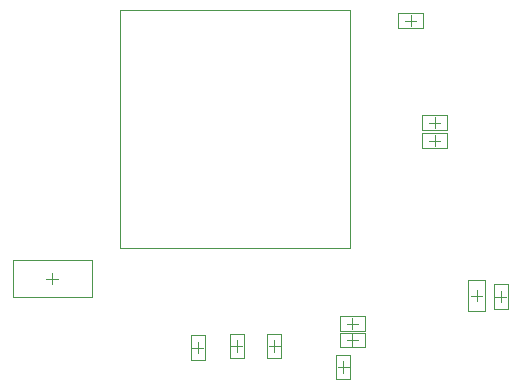
<source format=gbr>
G04*
G04 #@! TF.GenerationSoftware,Altium Limited,Altium Designer,24.4.1 (13)*
G04*
G04 Layer_Color=1930808*
%FSLAX44Y44*%
%MOMM*%
G71*
G04*
G04 #@! TF.SameCoordinates,35E0C0FB-C19D-4D04-833B-EC0655963EBE*
G04*
G04*
G04 #@! TF.FilePolarity,Positive*
G04*
G01*
G75*
%ADD63C,0.1000*%
%ADD65C,0.0500*%
D63*
X262890Y350850D02*
Y360350D01*
X258140Y355600D02*
X267640D01*
X454660Y392760D02*
Y402260D01*
X449910Y397510D02*
X459410D01*
X434340Y393630D02*
Y402630D01*
X429840Y398130D02*
X438840D01*
X394030Y529590D02*
X403530D01*
X398780Y524840D02*
Y534340D01*
X321310Y333070D02*
Y342570D01*
X316560Y337820D02*
X326060D01*
X198120Y349580D02*
Y359080D01*
X193370Y354330D02*
X202870D01*
X231140Y350850D02*
Y360350D01*
X226390Y355600D02*
X235890D01*
X394030Y544830D02*
X403530D01*
X398780Y540080D02*
Y549580D01*
X324180Y360680D02*
X333680D01*
X328930Y355930D02*
Y365430D01*
X74930Y407750D02*
Y417750D01*
X69930Y412750D02*
X79930D01*
X373710Y631190D02*
X383210D01*
X378460Y626440D02*
Y635940D01*
X324180Y374650D02*
X333680D01*
X328930Y369900D02*
Y379400D01*
D65*
X256890Y345100D02*
X268890D01*
X256890Y366100D02*
X268890D01*
X256890Y345100D02*
Y366100D01*
X268890Y345100D02*
Y366100D01*
X132370Y438310D02*
Y640310D01*
Y438310D02*
X327370D01*
Y640310D01*
X132370D02*
X327370D01*
X448660Y408010D02*
X460660D01*
X448660Y387010D02*
X460660D01*
Y408010D01*
X448660Y387010D02*
Y408010D01*
X427340Y385130D02*
X441340D01*
X427340Y411130D02*
X441340D01*
X427340Y385130D02*
Y411130D01*
X441340Y385130D02*
Y411130D01*
X409280Y523590D02*
Y535590D01*
X388280Y523590D02*
Y535590D01*
Y523590D02*
X409280D01*
X388280Y535590D02*
X409280D01*
X315310Y348320D02*
X327310D01*
X315310Y327320D02*
X327310D01*
Y348320D01*
X315310Y327320D02*
Y348320D01*
X192120Y343830D02*
X204120D01*
X192120Y364830D02*
X204120D01*
X192120Y343830D02*
Y364830D01*
X204120Y343830D02*
Y364830D01*
X225140Y345100D02*
X237140D01*
X225140Y366100D02*
X237140D01*
X225140Y345100D02*
Y366100D01*
X237140Y345100D02*
Y366100D01*
X409280Y538830D02*
Y550830D01*
X388280Y538830D02*
Y550830D01*
Y538830D02*
X409280D01*
X388280Y550830D02*
X409280D01*
X318430Y354680D02*
Y366680D01*
X339430Y354680D02*
Y366680D01*
X318430D02*
X339430D01*
X318430Y354680D02*
X339430D01*
X41430Y396750D02*
X108430D01*
Y428750D01*
X41430Y396750D02*
Y428750D01*
X108430D01*
X367960Y625190D02*
Y637190D01*
X388960Y625190D02*
Y637190D01*
X367960D02*
X388960D01*
X367960Y625190D02*
X388960D01*
X318430Y368650D02*
Y380650D01*
X339430Y368650D02*
Y380650D01*
X318430D02*
X339430D01*
X318430Y368650D02*
X339430D01*
M02*

</source>
